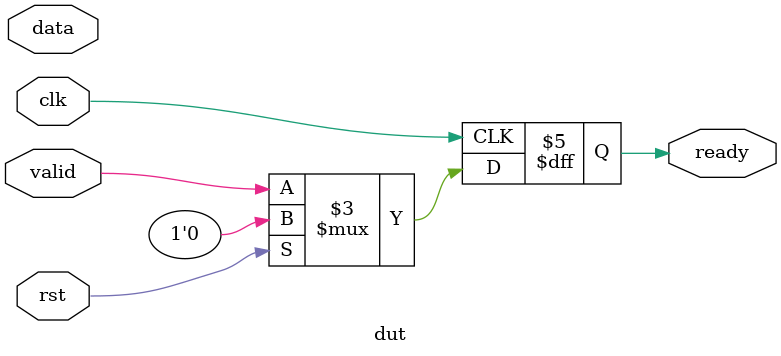
<source format=sv>
module dut(
    input   logic clk,
    input   logic rst,
    input   logic valid,
    input   logic [7:0] data,
    output  logic ready
);

    always_ff @(posedge clk) begin
        if (rst) begin
            ready <= 0;
            $display("[DUT] Reset");
        end
        else begin
            ready <= valid;         // simple handshake

            if (valid)
                $display("[DUT] Data Received = %0d", data);
        end 
    end

endmodule   
</source>
